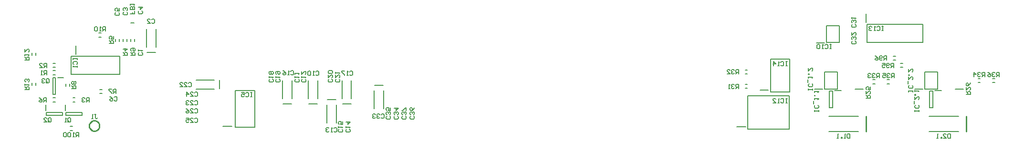
<source format=gbo>
G04*
G04 #@! TF.GenerationSoftware,Altium Limited,Altium Designer,19.0.10 (269)*
G04*
G04 Layer_Color=32896*
%FSLAX25Y25*%
%MOIN*%
G70*
G01*
G75*
%ADD10C,0.00787*%
%ADD11C,0.01000*%
%ADD18C,0.00800*%
D10*
X654883Y309998D02*
X660394D01*
X661772Y310194D02*
Y322006D01*
X670828D01*
Y310194D02*
Y322006D01*
X661772Y310194D02*
X670828D01*
X767713Y284842D02*
X769287D01*
X767713Y282087D02*
X769287D01*
X777813Y284842D02*
X779387D01*
X777813Y282087D02*
X779387D01*
X704336Y284090D02*
X705910D01*
X704336Y281334D02*
X705910D01*
X694236Y284090D02*
X695811D01*
X694236Y281334D02*
X695811D01*
X689685Y324213D02*
Y330217D01*
X690354Y322835D02*
X729331D01*
Y310236D02*
Y322835D01*
X690354Y310236D02*
X729331D01*
X690354D02*
Y322835D01*
X663389Y247894D02*
X684239D01*
X663389Y258405D02*
X684239D01*
X733389Y247894D02*
X754239D01*
X733389Y258405D02*
X754239D01*
X606890Y249685D02*
X636024D01*
Y272716D01*
X606890D02*
X636024D01*
X606890Y249685D02*
Y272716D01*
X599213Y251043D02*
X605512D01*
X667597Y276476D02*
X672321D01*
X666219Y264665D02*
Y276083D01*
X663857Y264665D02*
X666219D01*
X663857D02*
Y276083D01*
X666219D01*
X653620Y277559D02*
X659132D01*
X660510D02*
Y289370D01*
X669565D01*
Y277559D02*
Y289370D01*
X660510Y277559D02*
X669565D01*
X737597Y276476D02*
X742321D01*
X736219Y264665D02*
Y276083D01*
X733857Y264665D02*
X736219D01*
X733857D02*
Y276083D01*
X736219D01*
X723620Y277559D02*
X729132D01*
X730510D02*
Y289370D01*
X739565D01*
Y277559D02*
Y289370D01*
X730510Y277559D02*
X739565D01*
X681967D02*
X687479D01*
X751967D02*
X757479D01*
X713602Y292717D02*
X715177D01*
X713602Y295472D02*
X715177D01*
X708602Y300590D02*
X710177D01*
X708602Y297835D02*
X710177D01*
X615650Y276772D02*
X621358D01*
X622736Y275532D02*
Y298524D01*
X636319D01*
Y275532D02*
Y298524D01*
X622736Y275532D02*
X636319D01*
X605118Y278150D02*
X606693D01*
X605118Y280906D02*
X606693D01*
X605118Y288150D02*
X606693D01*
X605118Y290905D02*
X606693D01*
X352461Y263779D02*
Y276378D01*
X345965Y263779D02*
Y276378D01*
X346213Y280079D02*
X352213D01*
X323524Y270974D02*
Y283573D01*
X330020Y270974D02*
Y283573D01*
X323772Y267274D02*
X329772D01*
X319390Y253965D02*
Y266563D01*
X312894Y253965D02*
Y266563D01*
X313142Y270264D02*
X319142D01*
X248810Y251005D02*
X262590D01*
Y276595D01*
X248810D02*
X262590D01*
X248810Y251005D02*
Y276595D01*
X240050Y251497D02*
X246547D01*
X221654Y277461D02*
X234252D01*
X221654Y283957D02*
X234252D01*
X237953Y277709D02*
Y283709D01*
X282006Y270974D02*
Y283573D01*
X288502Y270974D02*
Y283573D01*
X282254Y267274D02*
X288254D01*
X299998Y270974D02*
Y283573D01*
X306494Y270974D02*
Y283573D01*
X300246Y267274D02*
X306246D01*
X106890Y280315D02*
Y281890D01*
X109646Y280315D02*
Y281890D01*
Y301220D02*
Y302795D01*
X106890Y301220D02*
Y302795D01*
X178674Y311024D02*
Y312598D01*
X175919Y311024D02*
Y312598D01*
X153543Y313976D02*
X155118D01*
X153543Y316732D02*
X155118D01*
X154142Y277362D02*
X155717D01*
X154142Y274606D02*
X155717D01*
X186909Y306949D02*
Y319547D01*
X193405Y306949D02*
Y319547D01*
X187157Y303248D02*
X193157D01*
X137697Y301772D02*
Y307776D01*
X134158Y300394D02*
X168205D01*
Y287795D02*
Y300394D01*
X134158Y287795D02*
X168205D01*
X134158D02*
Y300394D01*
X133268Y279528D02*
Y281102D01*
X130512Y279528D02*
Y281102D01*
X121653Y271457D02*
X123228D01*
X121653Y268701D02*
X123228D01*
X135433Y271457D02*
X137008D01*
X135433Y268701D02*
X137008D01*
X124705Y285630D02*
X128839D01*
X123327Y274016D02*
Y285433D01*
X121555Y274016D02*
X123327D01*
X121555D02*
Y285433D01*
X123327D01*
X130315Y262500D02*
Y266634D01*
X130512Y261122D02*
X141929D01*
Y259350D02*
Y261122D01*
X130512Y259350D02*
X141929D01*
X130512D02*
Y261122D01*
X116535Y262500D02*
Y266634D01*
X116732Y261122D02*
X128150D01*
Y259350D02*
Y261122D01*
X116732Y259350D02*
X128150D01*
X116732D02*
Y261122D01*
X133661Y248622D02*
X135236D01*
X133661Y251378D02*
X135236D01*
X121653Y295472D02*
X123228D01*
X121653Y292717D02*
X123228D01*
X121653Y290433D02*
X123228D01*
X121653Y287677D02*
X123228D01*
X170538Y311024D02*
Y312598D01*
X173294Y311024D02*
Y312598D01*
X165157Y311024D02*
Y312598D01*
X167913Y311024D02*
Y312598D01*
X175984Y324016D02*
X178347D01*
D11*
X153978Y251900D02*
X153833Y252908D01*
X153410Y253834D01*
X152743Y254604D01*
X151886Y255154D01*
X150909Y255441D01*
X149891D01*
X148914Y255154D01*
X148057Y254604D01*
X147390Y253834D01*
X146967Y252908D01*
X146822Y251900D01*
X146967Y250892D01*
X147390Y249966D01*
X148057Y249196D01*
X148914Y248646D01*
X149891Y248359D01*
X150909D01*
X151886Y248646D01*
X152743Y249196D01*
X153410Y249966D01*
X153833Y250892D01*
X153978Y251900D01*
X689562Y247894D02*
Y258405D01*
X759562Y247894D02*
Y258405D01*
D18*
X150536Y259899D02*
X151536D01*
X151036D01*
Y257400D01*
X151536Y256900D01*
X152036D01*
X152535Y257400D01*
X149536Y256900D02*
X148537D01*
X149037D01*
Y259899D01*
X149536Y259399D01*
X782600Y286300D02*
Y289299D01*
X781101D01*
X780601Y288799D01*
Y287800D01*
X781101Y287300D01*
X782600D01*
X781600D02*
X780601Y286300D01*
X779601Y288799D02*
X779101Y289299D01*
X778101D01*
X777602Y288799D01*
Y288299D01*
X778101Y287800D01*
X778601D01*
X778101D01*
X777602Y287300D01*
Y286800D01*
X778101Y286300D01*
X779101D01*
X779601Y286800D01*
X774603Y289299D02*
X775602Y288799D01*
X776602Y287800D01*
Y286800D01*
X776102Y286300D01*
X775102D01*
X774603Y286800D01*
Y287300D01*
X775102Y287800D01*
X776602D01*
X772400Y286300D02*
Y289299D01*
X770900D01*
X770401Y288799D01*
Y287800D01*
X770900Y287300D01*
X772400D01*
X771400D02*
X770401Y286300D01*
X769401Y288799D02*
X768901Y289299D01*
X767902D01*
X767402Y288799D01*
Y288299D01*
X767902Y287800D01*
X768401D01*
X767902D01*
X767402Y287300D01*
Y286800D01*
X767902Y286300D01*
X768901D01*
X769401Y286800D01*
X764902Y286300D02*
Y289299D01*
X766402Y287800D01*
X764403D01*
X709100Y285433D02*
Y288432D01*
X707600D01*
X707101Y287932D01*
Y286933D01*
X707600Y286433D01*
X709100D01*
X708100D02*
X707101Y285433D01*
X706101Y287932D02*
X705601Y288432D01*
X704601D01*
X704102Y287932D01*
Y287432D01*
X704601Y286933D01*
X705101D01*
X704601D01*
X704102Y286433D01*
Y285933D01*
X704601Y285433D01*
X705601D01*
X706101Y285933D01*
X701103Y288432D02*
X703102D01*
Y286933D01*
X702102Y287432D01*
X701602D01*
X701103Y286933D01*
Y285933D01*
X701602Y285433D01*
X702602D01*
X703102Y285933D01*
X698700Y285433D02*
Y288432D01*
X697200D01*
X696701Y287932D01*
Y286933D01*
X697200Y286433D01*
X698700D01*
X697700D02*
X696701Y285433D01*
X695701Y287932D02*
X695201Y288432D01*
X694202D01*
X693702Y287932D01*
Y287432D01*
X694202Y286933D01*
X694701D01*
X694202D01*
X693702Y286433D01*
Y285933D01*
X694202Y285433D01*
X695201D01*
X695701Y285933D01*
X692702Y287932D02*
X692202Y288432D01*
X691202D01*
X690703Y287932D01*
Y287432D01*
X691202Y286933D01*
X691702D01*
X691202D01*
X690703Y286433D01*
Y285933D01*
X691202Y285433D01*
X692202D01*
X692702Y285933D01*
X665300Y308857D02*
X664300D01*
X664800D01*
Y305858D01*
X665300D01*
X664300D01*
X660802Y308358D02*
X661301Y308857D01*
X662301D01*
X662801Y308358D01*
Y306358D01*
X662301Y305858D01*
X661301D01*
X660802Y306358D01*
X659802Y305858D02*
X658802D01*
X659302D01*
Y308857D01*
X659802Y308358D01*
X657303D02*
X656803Y308857D01*
X655803D01*
X655303Y308358D01*
Y306358D01*
X655803Y305858D01*
X656803D01*
X657303Y306358D01*
Y308358D01*
X682027Y322866D02*
X682527Y322366D01*
Y321366D01*
X682027Y320866D01*
X680027D01*
X679528Y321366D01*
Y322366D01*
X680027Y322866D01*
X682027Y323865D02*
X682527Y324365D01*
Y325365D01*
X682027Y325865D01*
X681527D01*
X681027Y325365D01*
Y324865D01*
Y325365D01*
X680527Y325865D01*
X680027D01*
X679528Y325365D01*
Y324365D01*
X680027Y323865D01*
X679528Y326864D02*
Y327864D01*
Y327364D01*
X682527D01*
X682027Y326864D01*
Y311054D02*
X682527Y310555D01*
Y309555D01*
X682027Y309055D01*
X680027D01*
X679528Y309555D01*
Y310555D01*
X680027Y311054D01*
X682027Y312054D02*
X682527Y312554D01*
Y313554D01*
X682027Y314054D01*
X681527D01*
X681027Y313554D01*
Y313054D01*
Y313554D01*
X680527Y314054D01*
X680027D01*
X679528Y313554D01*
Y312554D01*
X680027Y312054D01*
X679528Y317053D02*
Y315053D01*
X681527Y317053D01*
X682027D01*
X682527Y316553D01*
Y315553D01*
X682027Y315053D01*
X678346Y246306D02*
Y243307D01*
X676847D01*
X676347Y243807D01*
Y245806D01*
X676847Y246306D01*
X678346D01*
X675347Y243307D02*
X674348D01*
X674848D01*
Y246306D01*
X675347Y245806D01*
X672848Y243307D02*
Y243807D01*
X672348D01*
Y243307D01*
X672848D01*
X670349D02*
X669349D01*
X669849D01*
Y246306D01*
X670349Y245806D01*
X748425Y246306D02*
Y243307D01*
X746926D01*
X746426Y243807D01*
Y245806D01*
X746926Y246306D01*
X748425D01*
X743427Y243307D02*
X745426D01*
X743427Y245306D01*
Y245806D01*
X743927Y246306D01*
X744926D01*
X745426Y245806D01*
X742427Y243307D02*
Y243807D01*
X741927D01*
Y243307D01*
X742427D01*
X739928D02*
X738928D01*
X739428D01*
Y246306D01*
X739928Y245806D01*
X634449Y270893D02*
X633449D01*
X633949D01*
Y267894D01*
X634449D01*
X633449D01*
X629950Y270393D02*
X630450Y270893D01*
X631450D01*
X631950Y270393D01*
Y268393D01*
X631450Y267894D01*
X630450D01*
X629950Y268393D01*
X628951Y267894D02*
X627951D01*
X628451D01*
Y270893D01*
X628951Y270393D01*
X624452Y267894D02*
X626451D01*
X624452Y269893D01*
Y270393D01*
X624952Y270893D01*
X625952D01*
X626451Y270393D01*
X656423Y261811D02*
Y262811D01*
Y262311D01*
X653424D01*
Y261811D01*
Y262811D01*
X655923Y266310D02*
X656423Y265810D01*
Y264810D01*
X655923Y264310D01*
X653923D01*
X653424Y264810D01*
Y265810D01*
X653923Y266310D01*
X652924Y267309D02*
Y269309D01*
X653424Y270308D02*
Y271308D01*
Y270808D01*
X656423D01*
X655923Y270308D01*
X653424Y272808D02*
X653923D01*
Y273307D01*
X653424D01*
Y272808D01*
Y275307D02*
Y276306D01*
Y275806D01*
X656423D01*
X655923Y275307D01*
X652289Y276772D02*
Y277771D01*
Y277272D01*
X649290D01*
Y276772D01*
Y277771D01*
X651789Y281270D02*
X652289Y280770D01*
Y279771D01*
X651789Y279271D01*
X649789D01*
X649290Y279771D01*
Y280770D01*
X649789Y281270D01*
X648790Y282270D02*
Y284269D01*
X649290Y285269D02*
Y286269D01*
Y285769D01*
X652289D01*
X651789Y285269D01*
X649290Y287768D02*
X649789D01*
Y288268D01*
X649290D01*
Y287768D01*
Y292267D02*
Y290267D01*
X651289Y292267D01*
X651789D01*
X652289Y291767D01*
Y290767D01*
X651789Y290267D01*
X726621Y261811D02*
Y262811D01*
Y262311D01*
X723622D01*
Y261811D01*
Y262811D01*
X726121Y266310D02*
X726621Y265810D01*
Y264810D01*
X726121Y264310D01*
X724122D01*
X723622Y264810D01*
Y265810D01*
X724122Y266310D01*
X723122Y267309D02*
Y269309D01*
X723622Y272308D02*
Y270308D01*
X725621Y272308D01*
X726121D01*
X726621Y271808D01*
Y270808D01*
X726121Y270308D01*
X723622Y273307D02*
X724122D01*
Y273807D01*
X723622D01*
Y273307D01*
Y275806D02*
Y276806D01*
Y276306D01*
X726621D01*
X726121Y275806D01*
X722290Y275590D02*
Y276590D01*
Y276090D01*
X719291D01*
Y275590D01*
Y276590D01*
X721791Y280089D02*
X722290Y279589D01*
Y278590D01*
X721791Y278090D01*
X719791D01*
X719291Y278590D01*
Y279589D01*
X719791Y280089D01*
X718791Y281089D02*
Y283088D01*
X719291Y286087D02*
Y284088D01*
X721291Y286087D01*
X721791D01*
X722290Y285587D01*
Y284588D01*
X721791Y284088D01*
X719291Y287087D02*
X719791D01*
Y287587D01*
X719291D01*
Y287087D01*
Y291585D02*
Y289586D01*
X721291Y291585D01*
X721791D01*
X722290Y291086D01*
Y290086D01*
X721791Y289586D01*
X689600Y271200D02*
X692599D01*
Y272699D01*
X692099Y273199D01*
X691100D01*
X690600Y272699D01*
Y271200D01*
Y272200D02*
X689600Y273199D01*
Y276198D02*
Y274199D01*
X691599Y276198D01*
X692099D01*
X692599Y275698D01*
Y274699D01*
X692099Y274199D01*
X692599Y279197D02*
Y277198D01*
X691100D01*
X691599Y278198D01*
Y278698D01*
X691100Y279197D01*
X690100D01*
X689600Y278698D01*
Y277698D01*
X690100Y277198D01*
X759449Y273819D02*
X762448D01*
Y275318D01*
X761948Y275818D01*
X760948D01*
X760449Y275318D01*
Y273819D01*
Y274819D02*
X759449Y275818D01*
Y278817D02*
Y276818D01*
X761448Y278817D01*
X761948D01*
X762448Y278317D01*
Y277318D01*
X761948Y276818D01*
X762448Y281816D02*
X761948Y280817D01*
X760948Y279817D01*
X759949D01*
X759449Y280317D01*
Y281316D01*
X759949Y281816D01*
X760449D01*
X760948Y281316D01*
Y279817D01*
X708843Y292595D02*
Y295594D01*
X707343D01*
X706843Y295094D01*
Y294094D01*
X707343Y293594D01*
X708843D01*
X707843D02*
X706843Y292595D01*
X705843Y293094D02*
X705344Y292595D01*
X704344D01*
X703844Y293094D01*
Y295094D01*
X704344Y295594D01*
X705344D01*
X705843Y295094D01*
Y294594D01*
X705344Y294094D01*
X703844D01*
X700845Y295594D02*
X702844D01*
Y294094D01*
X701845Y294594D01*
X701345D01*
X700845Y294094D01*
Y293094D01*
X701345Y292595D01*
X702345D01*
X702844Y293094D01*
X703890Y297713D02*
Y300712D01*
X702390D01*
X701890Y300212D01*
Y299212D01*
X702390Y298712D01*
X703890D01*
X702890D02*
X701890Y297713D01*
X700891Y298212D02*
X700391Y297713D01*
X699391D01*
X698891Y298212D01*
Y300212D01*
X699391Y300712D01*
X700391D01*
X700891Y300212D01*
Y299712D01*
X700391Y299212D01*
X698891D01*
X695892Y300712D02*
X696892Y300212D01*
X697892Y299212D01*
Y298212D01*
X697392Y297713D01*
X696392D01*
X695892Y298212D01*
Y298712D01*
X696392Y299212D01*
X697892D01*
X634449Y296720D02*
X633449D01*
X633949D01*
Y293721D01*
X634449D01*
X633449D01*
X629950Y296220D02*
X630450Y296720D01*
X631450D01*
X631950Y296220D01*
Y294220D01*
X631450Y293721D01*
X630450D01*
X629950Y294220D01*
X628951Y293721D02*
X627951D01*
X628451D01*
Y296720D01*
X628951Y296220D01*
X624952Y293721D02*
Y296720D01*
X626451Y295220D01*
X624452D01*
X701575Y321503D02*
X700575D01*
X701075D01*
Y318504D01*
X701575D01*
X700575D01*
X697076Y321003D02*
X697576Y321503D01*
X698576D01*
X699076Y321003D01*
Y319004D01*
X698576Y318504D01*
X697576D01*
X697076Y319004D01*
X696077Y318504D02*
X695077D01*
X695577D01*
Y321503D01*
X696077Y321003D01*
X693577D02*
X693078Y321503D01*
X692078D01*
X691578Y321003D01*
Y320503D01*
X692078Y320004D01*
X692578D01*
X692078D01*
X691578Y319504D01*
Y319004D01*
X692078Y318504D01*
X693078D01*
X693577Y319004D01*
X600394Y277953D02*
Y280952D01*
X598894D01*
X598394Y280452D01*
Y279452D01*
X598894Y278952D01*
X600394D01*
X599394D02*
X598394Y277953D01*
X597395Y280452D02*
X596895Y280952D01*
X595895D01*
X595395Y280452D01*
Y279952D01*
X595895Y279452D01*
X596395D01*
X595895D01*
X595395Y278952D01*
Y278453D01*
X595895Y277953D01*
X596895D01*
X597395Y278453D01*
X594396Y277953D02*
X593396D01*
X593896D01*
Y280952D01*
X594396Y280452D01*
X600394Y288150D02*
Y291149D01*
X598894D01*
X598394Y290649D01*
Y289649D01*
X598894Y289149D01*
X600394D01*
X599394D02*
X598394Y288150D01*
X597395Y290649D02*
X596895Y291149D01*
X595895D01*
X595395Y290649D01*
Y290149D01*
X595895Y289649D01*
X596395D01*
X595895D01*
X595395Y289149D01*
Y288649D01*
X595895Y288150D01*
X596895D01*
X597395Y288649D01*
X592396Y288150D02*
X594396D01*
X592396Y290149D01*
Y290649D01*
X592896Y291149D01*
X593896D01*
X594396Y290649D01*
X139370Y244094D02*
Y247094D01*
X137871D01*
X137371Y246594D01*
Y245594D01*
X137871Y245094D01*
X139370D01*
X138370D02*
X137371Y244094D01*
X136371D02*
X135371D01*
X135871D01*
Y247094D01*
X136371Y246594D01*
X133872D02*
X133372Y247094D01*
X132372D01*
X131872Y246594D01*
Y244594D01*
X132372Y244094D01*
X133372D01*
X133872Y244594D01*
Y246594D01*
X130873D02*
X130373Y247094D01*
X129373D01*
X128874Y246594D01*
Y244594D01*
X129373Y244094D01*
X130373D01*
X130873Y244594D01*
Y246594D01*
X101969Y298031D02*
X104967D01*
Y299531D01*
X104468Y300031D01*
X103468D01*
X102968Y299531D01*
Y298031D01*
Y299031D02*
X101969Y300031D01*
Y301030D02*
Y302030D01*
Y301530D01*
X104967D01*
X104468Y301030D01*
X101969Y305529D02*
Y303530D01*
X103968Y305529D01*
X104468D01*
X104967Y305029D01*
Y304030D01*
X104468Y303530D01*
X101969Y277165D02*
X104967D01*
Y278665D01*
X104468Y279165D01*
X103468D01*
X102968Y278665D01*
Y277165D01*
Y278165D02*
X101969Y279165D01*
Y280164D02*
Y281164D01*
Y280664D01*
X104967D01*
X104468Y280164D01*
Y282664D02*
X104967Y283163D01*
Y284163D01*
X104468Y284663D01*
X103968D01*
X103468Y284163D01*
Y283663D01*
Y284163D01*
X102968Y284663D01*
X102468D01*
X101969Y284163D01*
Y283163D01*
X102468Y282664D01*
X158071Y318110D02*
Y321109D01*
X156571D01*
X156071Y320609D01*
Y319610D01*
X156571Y319110D01*
X158071D01*
X157071D02*
X156071Y318110D01*
X155072D02*
X154072D01*
X154572D01*
Y321109D01*
X155072Y320609D01*
X152573D02*
X152073Y321109D01*
X151073D01*
X150573Y320609D01*
Y318610D01*
X151073Y318110D01*
X152073D01*
X152573Y318610D01*
Y320609D01*
X175984Y301181D02*
X178983D01*
Y302681D01*
X178483Y303181D01*
X177484D01*
X176984Y302681D01*
Y301181D01*
Y302181D02*
X175984Y303181D01*
X176484Y304180D02*
X175984Y304680D01*
Y305680D01*
X176484Y306179D01*
X178483D01*
X178983Y305680D01*
Y304680D01*
X178483Y304180D01*
X177984D01*
X177484Y304680D01*
Y306179D01*
X134646Y277953D02*
X137645D01*
Y279452D01*
X137145Y279952D01*
X136145D01*
X135645Y279452D01*
Y277953D01*
Y278952D02*
X134646Y279952D01*
X137145Y280952D02*
X137645Y281452D01*
Y282451D01*
X137145Y282951D01*
X136645D01*
X136145Y282451D01*
X135645Y282951D01*
X135145D01*
X134646Y282451D01*
Y281452D01*
X135145Y280952D01*
X135645D01*
X136145Y281452D01*
X136645Y280952D01*
X137145D01*
X136145Y281452D02*
Y282451D01*
X165559Y274410D02*
Y277409D01*
X164059D01*
X163560Y276909D01*
Y275909D01*
X164059Y275409D01*
X165559D01*
X164559D02*
X163560Y274410D01*
X162560Y277409D02*
X160561D01*
Y276909D01*
X162560Y274909D01*
Y274410D01*
X116929Y268504D02*
Y271503D01*
X115430D01*
X114930Y271003D01*
Y270004D01*
X115430Y269504D01*
X116929D01*
X115929D02*
X114930Y268504D01*
X111931Y271503D02*
X112930Y271003D01*
X113930Y270004D01*
Y269004D01*
X113430Y268504D01*
X112431D01*
X111931Y269004D01*
Y269504D01*
X112431Y270004D01*
X113930D01*
X160800Y309400D02*
X163799D01*
Y310899D01*
X163299Y311399D01*
X162300D01*
X161800Y310899D01*
Y309400D01*
Y310400D02*
X160800Y311399D01*
X163799Y314398D02*
Y312399D01*
X162300D01*
X162799Y313399D01*
Y313898D01*
X162300Y314398D01*
X161300D01*
X160800Y313898D01*
Y312899D01*
X161300Y312399D01*
X170472Y301181D02*
X173471D01*
Y302681D01*
X172972Y303181D01*
X171972D01*
X171472Y302681D01*
Y301181D01*
Y302181D02*
X170472Y303181D01*
Y305680D02*
X173471D01*
X171972Y304180D01*
Y306179D01*
X146850Y268504D02*
Y271503D01*
X145351D01*
X144851Y271003D01*
Y270004D01*
X145351Y269504D01*
X146850D01*
X145851D02*
X144851Y268504D01*
X143851Y271003D02*
X143351Y271503D01*
X142352D01*
X141852Y271003D01*
Y270503D01*
X142352Y270004D01*
X142852D01*
X142352D01*
X141852Y269504D01*
Y269004D01*
X142352Y268504D01*
X143351D01*
X143851Y269004D01*
X117089Y292617D02*
Y295616D01*
X115590D01*
X115090Y295116D01*
Y294116D01*
X115590Y293616D01*
X117089D01*
X116090D02*
X115090Y292617D01*
X112091D02*
X114090D01*
X112091Y294616D01*
Y295116D01*
X112591Y295616D01*
X113591D01*
X114090Y295116D01*
X117089Y287577D02*
Y290576D01*
X115590D01*
X115090Y290076D01*
Y289077D01*
X115590Y288577D01*
X117089D01*
X116090D02*
X115090Y287577D01*
X114090D02*
X113091D01*
X113591D01*
Y290576D01*
X114090Y290076D01*
X116741Y282300D02*
Y284299D01*
X117241Y284799D01*
X118240D01*
X118740Y284299D01*
Y282300D01*
X118240Y281800D01*
X117241D01*
X117740Y282800D02*
X116741Y281800D01*
X117241D02*
X116741Y282300D01*
X115741Y284299D02*
X115241Y284799D01*
X114242D01*
X113742Y284299D01*
Y283799D01*
X114242Y283299D01*
X114742D01*
X114242D01*
X113742Y282800D01*
Y282300D01*
X114242Y281800D01*
X115241D01*
X115741Y282300D01*
X118201Y255000D02*
Y256999D01*
X118701Y257499D01*
X119700D01*
X120200Y256999D01*
Y255000D01*
X119700Y254500D01*
X118701D01*
X119200Y255500D02*
X118201Y254500D01*
X118701D02*
X118201Y255000D01*
X115202Y254500D02*
X117201D01*
X115202Y256499D01*
Y256999D01*
X115701Y257499D01*
X116701D01*
X117201Y256999D01*
X132001Y255000D02*
Y256999D01*
X132501Y257499D01*
X133500D01*
X134000Y256999D01*
Y255000D01*
X133500Y254500D01*
X132501D01*
X133000Y255500D02*
X132001Y254500D01*
X132501D02*
X132001Y255000D01*
X131001Y254500D02*
X130001D01*
X130501D01*
Y257499D01*
X131001Y256999D01*
X260621Y275067D02*
X259622D01*
X260121D01*
Y272068D01*
X260621D01*
X259622D01*
X256123Y274567D02*
X256623Y275067D01*
X257622D01*
X258122Y274567D01*
Y272568D01*
X257622Y272068D01*
X256623D01*
X256123Y272568D01*
X253124Y275067D02*
X255123D01*
Y273567D01*
X254123Y274067D01*
X253624D01*
X253124Y273567D01*
Y272568D01*
X253624Y272068D01*
X254623D01*
X255123Y272568D01*
X135584Y299213D02*
Y298213D01*
Y298713D01*
X138583D01*
Y299213D01*
Y298213D01*
X136083Y294714D02*
X135584Y295214D01*
Y296214D01*
X136083Y296713D01*
X138083D01*
X138583Y296214D01*
Y295214D01*
X138083Y294714D01*
X138583Y293714D02*
Y292715D01*
Y293215D01*
X135584D01*
X136083Y293714D01*
X178590Y332314D02*
Y330315D01*
X177090D01*
Y331315D01*
Y330315D01*
X175591D01*
X178590Y333314D02*
X175591D01*
Y334813D01*
X176090Y335313D01*
X176590D01*
X177090Y334813D01*
Y333314D01*
Y334813D01*
X177590Y335313D01*
X178090D01*
X178590Y334813D01*
Y333314D01*
X175591Y336313D02*
Y337313D01*
Y336813D01*
X178590D01*
X178090Y336313D01*
X367853Y258692D02*
X368353Y258192D01*
Y257193D01*
X367853Y256693D01*
X365854D01*
X365354Y257193D01*
Y258192D01*
X365854Y258692D01*
X367853Y259692D02*
X368353Y260192D01*
Y261192D01*
X367853Y261691D01*
X367354D01*
X366854Y261192D01*
Y260692D01*
Y261192D01*
X366354Y261691D01*
X365854D01*
X365354Y261192D01*
Y260192D01*
X365854Y259692D01*
X368353Y262691D02*
Y264690D01*
X367853D01*
X365854Y262691D01*
X365354D01*
X373365Y258692D02*
X373865Y258192D01*
Y257193D01*
X373365Y256693D01*
X371366D01*
X370866Y257193D01*
Y258192D01*
X371366Y258692D01*
X373365Y259692D02*
X373865Y260192D01*
Y261192D01*
X373365Y261691D01*
X372866D01*
X372366Y261192D01*
Y260692D01*
Y261192D01*
X371866Y261691D01*
X371366D01*
X370866Y261192D01*
Y260192D01*
X371366Y259692D01*
X373865Y264690D02*
X373365Y263691D01*
X372366Y262691D01*
X371366D01*
X370866Y263191D01*
Y264191D01*
X371366Y264690D01*
X371866D01*
X372366Y264191D01*
Y262691D01*
X356830Y258692D02*
X357330Y258192D01*
Y257193D01*
X356830Y256693D01*
X354831D01*
X354331Y257193D01*
Y258192D01*
X354831Y258692D01*
X356830Y259692D02*
X357330Y260192D01*
Y261192D01*
X356830Y261691D01*
X356330D01*
X355830Y261192D01*
Y260692D01*
Y261192D01*
X355330Y261691D01*
X354831D01*
X354331Y261192D01*
Y260192D01*
X354831Y259692D01*
X357330Y264690D02*
Y262691D01*
X355830D01*
X356330Y263691D01*
Y264191D01*
X355830Y264690D01*
X354831D01*
X354331Y264191D01*
Y263191D01*
X354831Y262691D01*
X362342Y258692D02*
X362842Y258192D01*
Y257193D01*
X362342Y256693D01*
X360342D01*
X359842Y257193D01*
Y258192D01*
X360342Y258692D01*
X362342Y259692D02*
X362842Y260192D01*
Y261192D01*
X362342Y261691D01*
X361842D01*
X361342Y261192D01*
Y260692D01*
Y261192D01*
X360842Y261691D01*
X360342D01*
X359842Y261192D01*
Y260192D01*
X360342Y259692D01*
X359842Y264191D02*
X362842D01*
X361342Y262691D01*
Y264690D01*
X350757Y259586D02*
X351256Y260086D01*
X352256D01*
X352756Y259586D01*
Y257587D01*
X352256Y257087D01*
X351256D01*
X350757Y257587D01*
X349757Y259586D02*
X349257Y260086D01*
X348257D01*
X347758Y259586D01*
Y259086D01*
X348257Y258586D01*
X348757D01*
X348257D01*
X347758Y258086D01*
Y257587D01*
X348257Y257087D01*
X349257D01*
X349757Y257587D01*
X346758Y259586D02*
X346258Y260086D01*
X345258D01*
X344759Y259586D01*
Y259086D01*
X345258Y258586D01*
X345758D01*
X345258D01*
X344759Y258086D01*
Y257587D01*
X345258Y257087D01*
X346258D01*
X346758Y257587D01*
X220442Y263260D02*
X220941Y263760D01*
X221941D01*
X222441Y263260D01*
Y261261D01*
X221941Y260761D01*
X220941D01*
X220442Y261261D01*
X217443Y260761D02*
X219442D01*
X217443Y262760D01*
Y263260D01*
X217942Y263760D01*
X218942D01*
X219442Y263260D01*
X214443Y263760D02*
X215443Y263260D01*
X216443Y262261D01*
Y261261D01*
X215943Y260761D01*
X214943D01*
X214443Y261261D01*
Y261761D01*
X214943Y262261D01*
X216443D01*
X220442Y256830D02*
X220941Y257330D01*
X221941D01*
X222441Y256830D01*
Y254831D01*
X221941Y254331D01*
X220941D01*
X220442Y254831D01*
X217443Y254331D02*
X219442D01*
X217443Y256330D01*
Y256830D01*
X217942Y257330D01*
X218942D01*
X219442Y256830D01*
X214443Y257330D02*
X216443D01*
Y255830D01*
X215443Y256330D01*
X214943D01*
X214443Y255830D01*
Y254831D01*
X214943Y254331D01*
X215943D01*
X216443Y254831D01*
X220442Y274940D02*
X220941Y275440D01*
X221941D01*
X222441Y274940D01*
Y272941D01*
X221941Y272441D01*
X220941D01*
X220442Y272941D01*
X217443Y272441D02*
X219442D01*
X217443Y274440D01*
Y274940D01*
X217942Y275440D01*
X218942D01*
X219442Y274940D01*
X214943Y272441D02*
Y275440D01*
X216443Y273940D01*
X214443D01*
X220442Y268903D02*
X220941Y269403D01*
X221941D01*
X222441Y268903D01*
Y266904D01*
X221941Y266404D01*
X220941D01*
X220442Y266904D01*
X217443Y266404D02*
X219442D01*
X217443Y268404D01*
Y268903D01*
X217942Y269403D01*
X218942D01*
X219442Y268903D01*
X216443D02*
X215943Y269403D01*
X214943D01*
X214443Y268903D01*
Y268404D01*
X214943Y267904D01*
X215443D01*
X214943D01*
X214443Y267404D01*
Y266904D01*
X214943Y266404D01*
X215943D01*
X216443Y266904D01*
X216101Y281699D02*
X216600Y282199D01*
X217600D01*
X218100Y281699D01*
Y279700D01*
X217600Y279200D01*
X216600D01*
X216101Y279700D01*
X213102Y279200D02*
X215101D01*
X213102Y281199D01*
Y281699D01*
X213601Y282199D01*
X214601D01*
X215101Y281699D01*
X210103Y279200D02*
X212102D01*
X210103Y281199D01*
Y281699D01*
X210602Y282199D01*
X211602D01*
X212102Y281699D01*
X321397Y284460D02*
X321897Y283960D01*
Y282961D01*
X321397Y282461D01*
X319397D01*
X318898Y282961D01*
Y283960D01*
X319397Y284460D01*
X318898Y287459D02*
Y285460D01*
X320897Y287459D01*
X321397D01*
X321897Y286959D01*
Y285960D01*
X321397Y285460D01*
X318898Y288459D02*
Y289458D01*
Y288959D01*
X321897D01*
X321397Y288459D01*
X316279Y284460D02*
X316779Y283960D01*
Y282961D01*
X316279Y282461D01*
X314279D01*
X313779Y282961D01*
Y283960D01*
X314279Y284460D01*
X313779Y287459D02*
Y285460D01*
X315779Y287459D01*
X316279D01*
X316779Y286959D01*
Y285960D01*
X316279Y285460D01*
Y288459D02*
X316779Y288959D01*
Y289958D01*
X316279Y290458D01*
X314279D01*
X313779Y289958D01*
Y288959D01*
X314279Y288459D01*
X316279D01*
X279664Y284460D02*
X280164Y283960D01*
Y282961D01*
X279664Y282461D01*
X277665D01*
X277165Y282961D01*
Y283960D01*
X277665Y284460D01*
X277165Y285460D02*
Y286459D01*
Y285960D01*
X280164D01*
X279664Y285460D01*
X277665Y287959D02*
X277165Y288459D01*
Y289458D01*
X277665Y289958D01*
X279664D01*
X280164Y289458D01*
Y288459D01*
X279664Y287959D01*
X279165D01*
X278665Y288459D01*
Y289958D01*
X274940Y284460D02*
X275440Y283960D01*
Y282961D01*
X274940Y282461D01*
X272941D01*
X272441Y282961D01*
Y283960D01*
X272941Y284460D01*
X272441Y285460D02*
Y286459D01*
Y285960D01*
X275440D01*
X274940Y285460D01*
Y287959D02*
X275440Y288459D01*
Y289458D01*
X274940Y289958D01*
X274440D01*
X273940Y289458D01*
X273441Y289958D01*
X272941D01*
X272441Y289458D01*
Y288459D01*
X272941Y287959D01*
X273441D01*
X273940Y288459D01*
X274440Y287959D01*
X274940D01*
X273940Y288459D02*
Y289458D01*
X328709Y289615D02*
X329209Y290115D01*
X330209D01*
X330709Y289615D01*
Y287616D01*
X330209Y287116D01*
X329209D01*
X328709Y287616D01*
X327710Y287116D02*
X326710D01*
X327210D01*
Y290115D01*
X327710Y289615D01*
X325210Y290115D02*
X323211D01*
Y289615D01*
X325210Y287616D01*
Y287116D01*
X287586Y290009D02*
X288086Y290509D01*
X289085D01*
X289585Y290009D01*
Y288010D01*
X289085Y287510D01*
X288086D01*
X287586Y288010D01*
X286586Y287510D02*
X285586D01*
X286086D01*
Y290509D01*
X286586Y290009D01*
X282087Y290509D02*
X283087Y290009D01*
X284087Y289009D01*
Y288010D01*
X283587Y287510D01*
X282587D01*
X282087Y288010D01*
Y288509D01*
X282587Y289009D01*
X284087D01*
X323399Y249499D02*
X323899Y249000D01*
Y248000D01*
X323399Y247500D01*
X321400D01*
X320900Y248000D01*
Y249000D01*
X321400Y249499D01*
X320900Y250499D02*
Y251499D01*
Y250999D01*
X323899D01*
X323399Y250499D01*
X323899Y254998D02*
Y252998D01*
X322399D01*
X322899Y253998D01*
Y254498D01*
X322399Y254998D01*
X321400D01*
X320900Y254498D01*
Y253498D01*
X321400Y252998D01*
X328599Y249499D02*
X329099Y249000D01*
Y248000D01*
X328599Y247500D01*
X326600D01*
X326100Y248000D01*
Y249000D01*
X326600Y249499D01*
X326100Y250499D02*
Y251499D01*
Y250999D01*
X329099D01*
X328599Y250499D01*
X326100Y254498D02*
X329099D01*
X327600Y252998D01*
Y254998D01*
X317801Y250099D02*
X318301Y250599D01*
X319300D01*
X319800Y250099D01*
Y248100D01*
X319300Y247600D01*
X318301D01*
X317801Y248100D01*
X316801Y247600D02*
X315801D01*
X316301D01*
Y250599D01*
X316801Y250099D01*
X314302D02*
X313802Y250599D01*
X312802D01*
X312302Y250099D01*
Y249599D01*
X312802Y249099D01*
X313302D01*
X312802D01*
X312302Y248600D01*
Y248100D01*
X312802Y247600D01*
X313802D01*
X314302Y248100D01*
X297775Y284460D02*
X298275Y283960D01*
Y282961D01*
X297775Y282461D01*
X295776D01*
X295276Y282961D01*
Y283960D01*
X295776Y284460D01*
X295276Y285460D02*
Y286459D01*
Y285960D01*
X298275D01*
X297775Y285460D01*
X295276Y289958D02*
Y287959D01*
X297275Y289958D01*
X297775D01*
X298275Y289458D01*
Y288459D01*
X297775Y287959D01*
X293050Y284460D02*
X293550Y283960D01*
Y282961D01*
X293050Y282461D01*
X291051D01*
X290551Y282961D01*
Y283960D01*
X291051Y284460D01*
X290551Y285460D02*
Y286459D01*
Y285960D01*
X293550D01*
X293050Y285460D01*
X290551Y287959D02*
Y288959D01*
Y288459D01*
X293550D01*
X293050Y287959D01*
X305184Y289615D02*
X305684Y290115D01*
X306684D01*
X307183Y289615D01*
Y287616D01*
X306684Y287116D01*
X305684D01*
X305184Y287616D01*
X304184Y287116D02*
X303185D01*
X303684D01*
Y290115D01*
X304184Y289615D01*
X301685D02*
X301185Y290115D01*
X300186D01*
X299686Y289615D01*
Y287616D01*
X300186Y287116D01*
X301185D01*
X301685Y287616D01*
Y289615D01*
X164347Y271791D02*
X164847Y272290D01*
X165847D01*
X166347Y271791D01*
Y269791D01*
X165847Y269291D01*
X164847D01*
X164347Y269791D01*
X161348Y272290D02*
X162348Y271791D01*
X163347Y270791D01*
Y269791D01*
X162848Y269291D01*
X161848D01*
X161348Y269791D01*
Y270291D01*
X161848Y270791D01*
X163347D01*
X167460Y331133D02*
X167960Y330633D01*
Y329634D01*
X167460Y329134D01*
X165461D01*
X164961Y329634D01*
Y330633D01*
X165461Y331133D01*
X167960Y334132D02*
Y332133D01*
X166460D01*
X166960Y333133D01*
Y333632D01*
X166460Y334132D01*
X165461D01*
X164961Y333632D01*
Y332633D01*
X165461Y332133D01*
X183601Y332314D02*
X184101Y331815D01*
Y330815D01*
X183601Y330315D01*
X181602D01*
X181102Y330815D01*
Y331815D01*
X181602Y332314D01*
X181102Y334813D02*
X184101D01*
X182602Y333314D01*
Y335313D01*
X173169Y331527D02*
X173668Y331027D01*
Y330027D01*
X173169Y329528D01*
X171169D01*
X170669Y330027D01*
Y331027D01*
X171169Y331527D01*
X173169Y332527D02*
X173668Y333026D01*
Y334026D01*
X173169Y334526D01*
X172669D01*
X172169Y334026D01*
Y333526D01*
Y334026D01*
X171669Y334526D01*
X171169D01*
X170669Y334026D01*
Y333026D01*
X171169Y332527D01*
X190520Y326121D02*
X191020Y326621D01*
X192020D01*
X192520Y326121D01*
Y324122D01*
X192020Y323622D01*
X191020D01*
X190520Y324122D01*
X187521Y323622D02*
X189521D01*
X187521Y325621D01*
Y326121D01*
X188021Y326621D01*
X189021D01*
X189521Y326121D01*
X183601Y303181D02*
X184101Y302681D01*
Y301681D01*
X183601Y301181D01*
X181602D01*
X181102Y301681D01*
Y302681D01*
X181602Y303181D01*
X181102Y304180D02*
Y305180D01*
Y304680D01*
X184101D01*
X183601Y304180D01*
M02*

</source>
